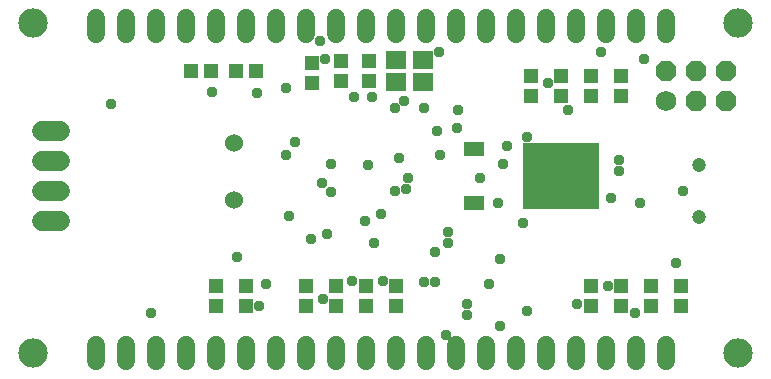
<source format=gbr>
G04 EAGLE Gerber X2 export*
%TF.Part,Single*%
%TF.FileFunction,Soldermask,Bot,1*%
%TF.FilePolarity,Negative*%
%TF.GenerationSoftware,Autodesk,EAGLE,8.6.3*%
%TF.CreationDate,2019-03-08T23:17:09Z*%
G75*
%MOMM*%
%FSLAX34Y34*%
%LPD*%
%AMOC8*
5,1,8,0,0,1.08239X$1,22.5*%
G01*
%ADD10R,6.403200X5.603200*%
%ADD11R,1.803200X1.203200*%
%ADD12R,1.203200X1.303200*%
%ADD13R,1.703200X1.503200*%
%ADD14C,1.203200*%
%ADD15C,1.524000*%
%ADD16R,1.303200X1.203200*%
%ADD17C,1.727200*%
%ADD18P,1.869504X8X22.500000*%
%ADD19C,1.727200*%
%ADD20C,1.524000*%
%ADD21C,0.959600*%
%ADD22C,2.489200*%


D10*
X472040Y175260D03*
D11*
X399040Y152460D03*
X399040Y198060D03*
D12*
X205740Y65160D03*
X205740Y82160D03*
X281940Y65160D03*
X281940Y82160D03*
X256540Y65160D03*
X256540Y82160D03*
X523240Y242960D03*
X523240Y259960D03*
X497840Y242960D03*
X497840Y259960D03*
X472440Y242960D03*
X472440Y259960D03*
X447040Y242960D03*
X447040Y259960D03*
X285750Y272660D03*
X285750Y255660D03*
X309880Y272660D03*
X309880Y255660D03*
D13*
X332740Y273660D03*
X332740Y254660D03*
D12*
X261620Y271390D03*
X261620Y254390D03*
X180340Y65160D03*
X180340Y82160D03*
D13*
X355600Y254660D03*
X355600Y273660D03*
D12*
X332740Y65160D03*
X332740Y82160D03*
X307340Y65160D03*
X307340Y82160D03*
D14*
X589440Y140560D03*
X589440Y184560D03*
D15*
X195580Y154940D03*
X195580Y203200D03*
D12*
X214240Y264160D03*
X197240Y264160D03*
X159140Y264160D03*
X176140Y264160D03*
D16*
X497840Y82160D03*
X497840Y65160D03*
X523240Y82160D03*
X523240Y65160D03*
X548640Y82160D03*
X548640Y65160D03*
X574040Y82160D03*
X574040Y65160D03*
D17*
X561340Y238760D03*
D18*
X586740Y238760D03*
X612140Y238760D03*
X561340Y264160D03*
X586740Y264160D03*
X612140Y264160D03*
D19*
X48260Y137160D02*
X33020Y137160D01*
X33020Y162560D02*
X48260Y162560D01*
X48260Y187960D02*
X33020Y187960D01*
X33020Y213360D02*
X48260Y213360D01*
D20*
X78740Y32004D02*
X78740Y18796D01*
X104140Y18796D02*
X104140Y32004D01*
X129540Y32004D02*
X129540Y18796D01*
X154940Y18796D02*
X154940Y32004D01*
X180340Y32004D02*
X180340Y18796D01*
X205740Y18796D02*
X205740Y32004D01*
X231140Y32004D02*
X231140Y18796D01*
X256540Y18796D02*
X256540Y32004D01*
X281940Y32004D02*
X281940Y18796D01*
X307340Y18796D02*
X307340Y32004D01*
X332740Y32004D02*
X332740Y18796D01*
X358140Y18796D02*
X358140Y32004D01*
X383540Y32004D02*
X383540Y18796D01*
X408940Y18796D02*
X408940Y32004D01*
X434340Y32004D02*
X434340Y18796D01*
X459740Y18796D02*
X459740Y32004D01*
X485140Y32004D02*
X485140Y18796D01*
X510540Y18796D02*
X510540Y32004D01*
X535940Y32004D02*
X535940Y18796D01*
X561340Y18796D02*
X561340Y32004D01*
X78740Y295656D02*
X78740Y308864D01*
X104140Y308864D02*
X104140Y295656D01*
X129540Y295656D02*
X129540Y308864D01*
X154940Y308864D02*
X154940Y295656D01*
X180340Y295656D02*
X180340Y308864D01*
X205740Y308864D02*
X205740Y295656D01*
X231140Y295656D02*
X231140Y308864D01*
X256540Y308864D02*
X256540Y295656D01*
X281940Y295656D02*
X281940Y308864D01*
X307340Y308864D02*
X307340Y295656D01*
X332740Y295656D02*
X332740Y308864D01*
X358140Y308864D02*
X358140Y295656D01*
X383540Y295656D02*
X383540Y308864D01*
X408940Y308864D02*
X408940Y295656D01*
X434340Y295656D02*
X434340Y308864D01*
X459740Y308864D02*
X459740Y295656D01*
X485140Y295656D02*
X485140Y308864D01*
X510540Y308864D02*
X510540Y295656D01*
X535940Y295656D02*
X535940Y308864D01*
X561340Y308864D02*
X561340Y295656D01*
D21*
X576072Y163068D03*
X365760Y85344D03*
X271272Y71628D03*
X339852Y239268D03*
X335280Y190500D03*
X239268Y249936D03*
X216408Y65532D03*
X365760Y111252D03*
X420624Y105156D03*
X306324Y137160D03*
X534924Y59436D03*
X274320Y126492D03*
X332232Y233172D03*
X246888Y204216D03*
X342900Y173736D03*
X393192Y67056D03*
X486156Y67056D03*
X569976Y102108D03*
X376428Y118872D03*
X332232Y163068D03*
X214884Y245364D03*
X239268Y193548D03*
X277368Y185928D03*
X419100Y152400D03*
X268224Y289560D03*
X272796Y274320D03*
X542544Y274320D03*
X176784Y246888D03*
X320040Y143256D03*
X403860Y173736D03*
X539496Y152400D03*
X368808Y280416D03*
X356616Y233172D03*
X309372Y184404D03*
X512064Y82296D03*
X440436Y135636D03*
X91440Y236220D03*
X521208Y179832D03*
X370332Y193548D03*
X198120Y106680D03*
X521208Y188976D03*
X443484Y208788D03*
X385572Y231648D03*
X367284Y213360D03*
X242316Y141732D03*
X277368Y161544D03*
X260604Y121920D03*
X295656Y86868D03*
X321564Y86868D03*
X356616Y85344D03*
X393192Y57912D03*
X313944Y118872D03*
X411480Y83820D03*
X443484Y60960D03*
X478536Y231648D03*
X384048Y216408D03*
X269748Y169164D03*
X222504Y83820D03*
X124968Y59436D03*
X341376Y164592D03*
X376428Y128016D03*
X374904Y41148D03*
X420624Y48768D03*
X297180Y242316D03*
X312420Y242316D03*
X515112Y156972D03*
X461772Y254508D03*
X423672Y185928D03*
X426720Y201168D03*
X505968Y280416D03*
D22*
X25400Y25400D03*
X622300Y25400D03*
X622300Y304800D03*
X25400Y304800D03*
M02*

</source>
